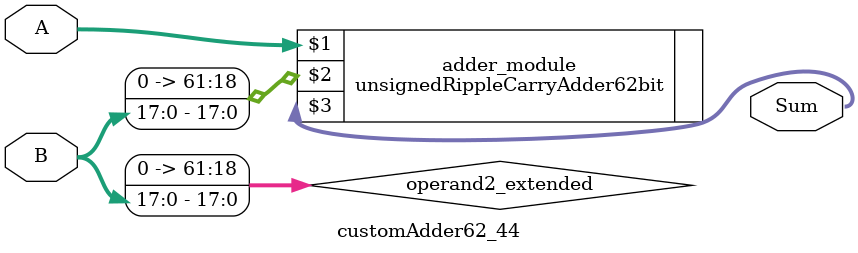
<source format=v>
module customAdder62_44(
                        input [61 : 0] A,
                        input [17 : 0] B,
                        
                        output [62 : 0] Sum
                );

        wire [61 : 0] operand2_extended;
        
        assign operand2_extended =  {44'b0, B};
        
        unsignedRippleCarryAdder62bit adder_module(
            A,
            operand2_extended,
            Sum
        );
        
        endmodule
        
</source>
